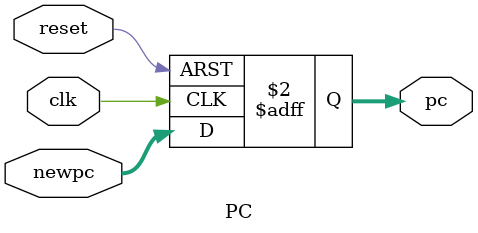
<source format=v>
`timescale 1ns / 1ps


module PC #(parameter WIDTH=8)
    (
    input clk,
    input reset,
    input [WIDTH-1:0] newpc,
    output reg [WIDTH-1:0] pc
    );
    
    always@(posedge clk, posedge reset)
    if(reset) 
        pc<=0;
    else 
        pc<=newpc;
    
endmodule

</source>
